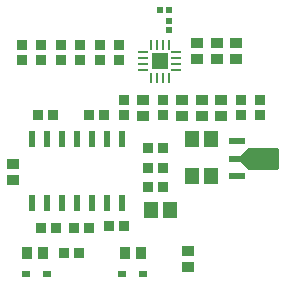
<source format=gtp>
G04*
G04 #@! TF.GenerationSoftware,Altium Limited,Altium Designer,19.0.15 (446)*
G04*
G04 Layer_Color=8421504*
%FSLAX25Y25*%
%MOIN*%
G70*
G01*
G75*
%ADD18R,0.03740X0.03347*%
%ADD19R,0.02126X0.02165*%
%ADD20R,0.02165X0.02126*%
%ADD21R,0.03347X0.03740*%
%ADD22R,0.03543X0.03937*%
%ADD23R,0.03937X0.03543*%
%ADD24R,0.05512X0.02362*%
%ADD25R,0.03937X0.02362*%
%ADD26R,0.05118X0.05512*%
%ADD27O,0.00984X0.03740*%
%ADD28O,0.03740X0.00984*%
%ADD29R,0.05709X0.05709*%
%ADD30R,0.02362X0.05709*%
%ADD31R,0.03150X0.01968*%
G36*
X676104Y189748D02*
X676104Y183252D01*
X675612Y182760D01*
X666065D01*
X663506Y185319D01*
Y187681D01*
X666065Y190240D01*
X675612D01*
X676104Y189748D01*
D02*
G37*
D18*
X610000Y224559D02*
D03*
Y219441D02*
D03*
X623000Y224559D02*
D03*
Y219441D02*
D03*
X616500D02*
D03*
Y224559D02*
D03*
X603500Y219441D02*
D03*
Y224559D02*
D03*
X597000D02*
D03*
Y219441D02*
D03*
X590500D02*
D03*
Y224559D02*
D03*
X624500Y200941D02*
D03*
Y206059D02*
D03*
X637484Y200941D02*
D03*
Y206059D02*
D03*
X663500D02*
D03*
Y200941D02*
D03*
X670000D02*
D03*
Y206059D02*
D03*
D19*
X639461Y232496D02*
D03*
Y229425D02*
D03*
D20*
X636500Y236200D02*
D03*
X639571D02*
D03*
D21*
X595941Y201000D02*
D03*
X637559Y183500D02*
D03*
X632441D02*
D03*
X637559Y190000D02*
D03*
X632441D02*
D03*
X637559Y177000D02*
D03*
X632441D02*
D03*
X624559Y164000D02*
D03*
X619441D02*
D03*
X596941Y163500D02*
D03*
X602059D02*
D03*
X604441Y155000D02*
D03*
X609559D02*
D03*
X613059Y163500D02*
D03*
X607941D02*
D03*
X601059Y201000D02*
D03*
X618059D02*
D03*
X612941D02*
D03*
D22*
X597657Y155000D02*
D03*
X592343D02*
D03*
X624843D02*
D03*
X630157D02*
D03*
D23*
X657000Y206157D02*
D03*
Y200843D02*
D03*
X650500Y206157D02*
D03*
Y200843D02*
D03*
X644000Y206157D02*
D03*
Y200843D02*
D03*
X646000Y150343D02*
D03*
Y155657D02*
D03*
X587500Y179343D02*
D03*
Y184657D02*
D03*
X662000Y219843D02*
D03*
Y225157D02*
D03*
X655500Y219843D02*
D03*
Y225157D02*
D03*
X649000Y219843D02*
D03*
Y225157D02*
D03*
X631087Y206157D02*
D03*
Y200843D02*
D03*
D24*
X662325Y180594D02*
D03*
Y192406D02*
D03*
D25*
X661537Y186500D02*
D03*
D26*
X647350Y193000D02*
D03*
X653650D02*
D03*
X647350Y180594D02*
D03*
X653650D02*
D03*
X633500Y169500D02*
D03*
X639799D02*
D03*
D27*
X639453Y224413D02*
D03*
X637484D02*
D03*
X635516D02*
D03*
X633547D02*
D03*
Y213587D02*
D03*
X635516D02*
D03*
X637484D02*
D03*
X639453D02*
D03*
D28*
X631087Y221953D02*
D03*
Y219984D02*
D03*
Y218016D02*
D03*
Y216047D02*
D03*
X641913D02*
D03*
Y218016D02*
D03*
Y219984D02*
D03*
Y221953D02*
D03*
D29*
X636500Y219000D02*
D03*
D30*
X624000Y193228D02*
D03*
X619000D02*
D03*
X614000D02*
D03*
X609000D02*
D03*
X604000D02*
D03*
X599000D02*
D03*
X594000D02*
D03*
X624000Y171772D02*
D03*
X619000D02*
D03*
X614000D02*
D03*
X609000D02*
D03*
X604000D02*
D03*
X599000D02*
D03*
X594000D02*
D03*
D31*
X591957Y148000D02*
D03*
X599043D02*
D03*
X631043D02*
D03*
X623957D02*
D03*
M02*

</source>
